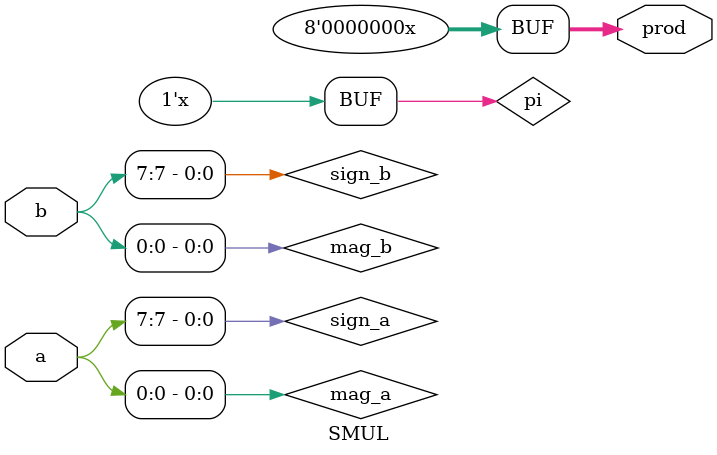
<source format=v>
`timescale 1ns / 1ps

module SMUL #(parameter DATAWIDTH = 8)(a, b, prod); 
    input [DATAWIDTH-1:0] a;
    input [DATAWIDTH-1:0] b;
    output reg [DATAWIDTH-1:0] prod;
    reg mag_a, mag_b, pi;
    wire sign_a, sign_b;
    
    always @(a, b) begin
        sign_a <= a[DATAWIDTH-1];
        sign_b <= b[DATAWIDTH-1];
        mag_a <= a[DATAWIDTH-2:0];
        mag_b <= b[DATAWIDTH-2:0];

        if (sign_a == sign_b)begin
            pi[DATAWIDTH-2:0] <= mag_a * mag_b;
            prod <={0,pi};
        end 
        else begin
            pi[DATAWIDTH-2:0] <= mag_a*mag_b;
            prod <= {1,pi};
        end
    end
endmodule

</source>
